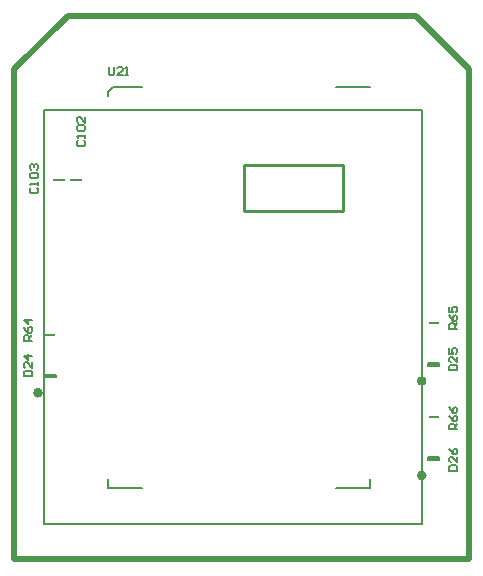
<source format=gto>
G04 Layer_Color=65535*
%FSLAX44Y44*%
%MOMM*%
G71*
G01*
G75*
%ADD16C,0.5000*%
%ADD24C,0.4064*%
%ADD25C,0.1270*%
%ADD26C,0.2000*%
%ADD27C,0.2540*%
%ADD28C,0.1500*%
%ADD29R,0.8636X0.2250*%
%ADD30R,1.0000X0.2500*%
D16*
X250000Y250000D02*
Y665000D01*
X295000Y710000D01*
X590000D01*
X635000Y665000D01*
Y250000D02*
Y665000D01*
X250000Y250000D02*
X635000D01*
D24*
X271872Y391000D02*
G03*
X271872Y391000I-2032J0D01*
G01*
X596872Y401000D02*
G03*
X596872Y401000I-2032J0D01*
G01*
Y321000D02*
G03*
X596872Y321000I-2032J0D01*
G01*
D25*
X275042Y404000D02*
X284849D01*
Y406250D01*
X275473Y405250D02*
X284849D01*
X275042Y406250D02*
X284849D01*
X275042Y404000D02*
Y406250D01*
X600042Y414000D02*
X609849D01*
Y416250D01*
X600473Y415250D02*
X609849D01*
X600042Y416250D02*
X609849D01*
X600042Y414000D02*
Y416250D01*
Y334000D02*
X609849D01*
Y336250D01*
X600473Y335250D02*
X609849D01*
X600042Y336250D02*
X609849D01*
X600042Y334000D02*
Y336250D01*
D26*
X275000Y280000D02*
Y630000D01*
X595000Y280000D02*
Y630000D01*
X275000D02*
X595000D01*
X275000Y280000D02*
X595000D01*
X329000Y642000D02*
Y646000D01*
X333000Y650000D02*
X358000D01*
X329000Y646000D02*
X333000Y650000D01*
X522000D02*
X551000D01*
X329000Y310000D02*
Y318000D01*
Y310000D02*
X358000D01*
X551000D02*
Y318000D01*
X522000Y310000D02*
X551000D01*
D27*
X528000Y545000D02*
Y584000D01*
X444000Y545000D02*
X528000D01*
X444000D02*
Y584000D01*
X528000D01*
D28*
X625000Y360000D02*
X618002D01*
Y363499D01*
X619169Y364665D01*
X621501D01*
X622667Y363499D01*
Y360000D01*
Y362333D02*
X625000Y364665D01*
X618002Y371663D02*
X619169Y369330D01*
X621501Y366998D01*
X623834D01*
X625000Y368164D01*
Y370497D01*
X623834Y371663D01*
X622667D01*
X621501Y370497D01*
Y366998D01*
X618002Y378661D02*
X619169Y376328D01*
X621501Y373996D01*
X623834D01*
X625000Y375162D01*
Y377494D01*
X623834Y378661D01*
X622667D01*
X621501Y377494D01*
Y373996D01*
X625000Y445000D02*
X618002D01*
Y448499D01*
X619169Y449665D01*
X621501D01*
X622667Y448499D01*
Y445000D01*
Y447333D02*
X625000Y449665D01*
X618002Y456663D02*
X619169Y454330D01*
X621501Y451998D01*
X623834D01*
X625000Y453164D01*
Y455497D01*
X623834Y456663D01*
X622667D01*
X621501Y455497D01*
Y451998D01*
X618002Y463661D02*
Y458996D01*
X621501D01*
X620335Y461328D01*
Y462494D01*
X621501Y463661D01*
X623834D01*
X625000Y462494D01*
Y460162D01*
X623834Y458996D01*
X265000Y435000D02*
X258002D01*
Y438499D01*
X259168Y439665D01*
X261501D01*
X262667Y438499D01*
Y435000D01*
Y437333D02*
X265000Y439665D01*
X258002Y446663D02*
X259168Y444330D01*
X261501Y441998D01*
X263834D01*
X265000Y443164D01*
Y445497D01*
X263834Y446663D01*
X262667D01*
X261501Y445497D01*
Y441998D01*
X265000Y452494D02*
X258002D01*
X261501Y448996D01*
Y453661D01*
X618002Y325000D02*
X625000D01*
Y328499D01*
X623834Y329665D01*
X619169D01*
X618002Y328499D01*
Y325000D01*
X625000Y336663D02*
Y331998D01*
X620335Y336663D01*
X619169D01*
X618002Y335497D01*
Y333164D01*
X619169Y331998D01*
X618002Y343661D02*
X619169Y341328D01*
X621501Y338996D01*
X623834D01*
X625000Y340162D01*
Y342494D01*
X623834Y343661D01*
X622667D01*
X621501Y342494D01*
Y338996D01*
X618002Y410000D02*
X625000D01*
Y413499D01*
X623834Y414665D01*
X619169D01*
X618002Y413499D01*
Y410000D01*
X625000Y421663D02*
Y416998D01*
X620335Y421663D01*
X619169D01*
X618002Y420497D01*
Y418164D01*
X619169Y416998D01*
X618002Y428661D02*
Y423996D01*
X621501D01*
X620335Y426328D01*
Y427494D01*
X621501Y428661D01*
X623834D01*
X625000Y427494D01*
Y425162D01*
X623834Y423996D01*
X258002Y405000D02*
X265000D01*
Y408499D01*
X263834Y409665D01*
X259168D01*
X258002Y408499D01*
Y405000D01*
X265000Y416663D02*
Y411998D01*
X260335Y416663D01*
X259168D01*
X258002Y415497D01*
Y413164D01*
X259168Y411998D01*
X265000Y422494D02*
X258002D01*
X261501Y418996D01*
Y423661D01*
X304168Y604665D02*
X303002Y603499D01*
Y601166D01*
X304168Y600000D01*
X308834D01*
X310000Y601166D01*
Y603499D01*
X308834Y604665D01*
X310000Y606998D02*
Y609330D01*
Y608164D01*
X303002D01*
X304168Y606998D01*
Y612829D02*
X303002Y613996D01*
Y616328D01*
X304168Y617494D01*
X308834D01*
X310000Y616328D01*
Y613996D01*
X308834Y612829D01*
X304168D01*
X310000Y624492D02*
Y619827D01*
X305335Y624492D01*
X304168D01*
X303002Y623326D01*
Y620993D01*
X304168Y619827D01*
X264168Y564665D02*
X263002Y563499D01*
Y561166D01*
X264168Y560000D01*
X268834D01*
X270000Y561166D01*
Y563499D01*
X268834Y564665D01*
X270000Y566998D02*
Y569330D01*
Y568164D01*
X263002D01*
X264168Y566998D01*
Y572829D02*
X263002Y573996D01*
Y576328D01*
X264168Y577494D01*
X268834D01*
X270000Y576328D01*
Y573996D01*
X268834Y572829D01*
X264168D01*
Y579827D02*
X263002Y580993D01*
Y583326D01*
X264168Y584492D01*
X265335D01*
X266501Y583326D01*
Y582160D01*
Y583326D01*
X267667Y584492D01*
X268834D01*
X270000Y583326D01*
Y580993D01*
X268834Y579827D01*
X330000Y666998D02*
Y661166D01*
X331166Y660000D01*
X333499D01*
X334665Y661166D01*
Y666998D01*
X341663Y660000D02*
X336998D01*
X341663Y664665D01*
Y665832D01*
X340497Y666998D01*
X338164D01*
X336998Y665832D01*
X343996Y660000D02*
X346328D01*
X345162D01*
Y666998D01*
X343996Y665832D01*
D29*
X279932Y440125D02*
D03*
X604932Y450125D02*
D03*
Y370125D02*
D03*
D30*
X287750Y571500D02*
D03*
X302000D02*
D03*
M02*

</source>
